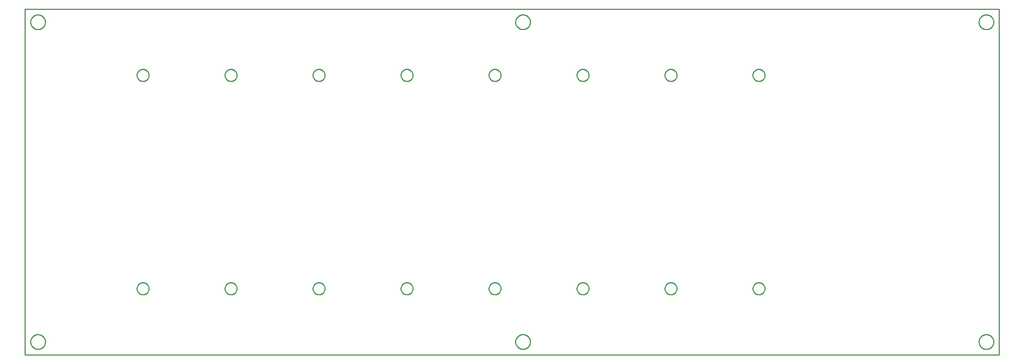
<source format=gbr>
G04 EAGLE Gerber RS-274X export*
G75*
%MOMM*%
%FSLAX34Y34*%
%LPD*%
%IN*%
%IPPOS*%
%AMOC8*
5,1,8,0,0,1.08239X$1,22.5*%
G01*
%ADD10C,0.254000*%


D10*
X0Y0D02*
X2250000Y0D01*
X2250000Y800000D01*
X0Y800000D01*
X0Y0D01*
X47000Y769443D02*
X46927Y768333D01*
X46782Y767229D01*
X46565Y766138D01*
X46277Y765063D01*
X45919Y764009D01*
X45493Y762980D01*
X45001Y761982D01*
X44444Y761018D01*
X43826Y760093D01*
X43148Y759210D01*
X42414Y758373D01*
X41627Y757586D01*
X40790Y756852D01*
X39907Y756174D01*
X38982Y755556D01*
X38018Y754999D01*
X37020Y754507D01*
X35991Y754081D01*
X34937Y753723D01*
X33862Y753435D01*
X32771Y753218D01*
X31667Y753073D01*
X30557Y753000D01*
X29443Y753000D01*
X28333Y753073D01*
X27229Y753218D01*
X26138Y753435D01*
X25063Y753723D01*
X24009Y754081D01*
X22980Y754507D01*
X21982Y754999D01*
X21018Y755556D01*
X20093Y756174D01*
X19210Y756852D01*
X18373Y757586D01*
X17586Y758373D01*
X16852Y759210D01*
X16174Y760093D01*
X15556Y761018D01*
X14999Y761982D01*
X14507Y762980D01*
X14081Y764009D01*
X13723Y765063D01*
X13435Y766138D01*
X13218Y767229D01*
X13073Y768333D01*
X13000Y769443D01*
X13000Y770557D01*
X13073Y771667D01*
X13218Y772771D01*
X13435Y773862D01*
X13723Y774937D01*
X14081Y775991D01*
X14507Y777020D01*
X14999Y778018D01*
X15556Y778982D01*
X16174Y779907D01*
X16852Y780790D01*
X17586Y781627D01*
X18373Y782414D01*
X19210Y783148D01*
X20093Y783826D01*
X21018Y784444D01*
X21982Y785001D01*
X22980Y785493D01*
X24009Y785919D01*
X25063Y786277D01*
X26138Y786565D01*
X27229Y786782D01*
X28333Y786927D01*
X29443Y787000D01*
X30557Y787000D01*
X31667Y786927D01*
X32771Y786782D01*
X33862Y786565D01*
X34937Y786277D01*
X35991Y785919D01*
X37020Y785493D01*
X38018Y785001D01*
X38982Y784444D01*
X39907Y783826D01*
X40790Y783148D01*
X41627Y782414D01*
X42414Y781627D01*
X43148Y780790D01*
X43826Y779907D01*
X44444Y778982D01*
X45001Y778018D01*
X45493Y777020D01*
X45919Y775991D01*
X46277Y774937D01*
X46565Y773862D01*
X46782Y772771D01*
X46927Y771667D01*
X47000Y770557D01*
X47000Y769443D01*
X47000Y29443D02*
X46927Y28333D01*
X46782Y27229D01*
X46565Y26138D01*
X46277Y25063D01*
X45919Y24009D01*
X45493Y22980D01*
X45001Y21982D01*
X44444Y21018D01*
X43826Y20093D01*
X43148Y19210D01*
X42414Y18373D01*
X41627Y17586D01*
X40790Y16852D01*
X39907Y16174D01*
X38982Y15556D01*
X38018Y14999D01*
X37020Y14507D01*
X35991Y14081D01*
X34937Y13723D01*
X33862Y13435D01*
X32771Y13218D01*
X31667Y13073D01*
X30557Y13000D01*
X29443Y13000D01*
X28333Y13073D01*
X27229Y13218D01*
X26138Y13435D01*
X25063Y13723D01*
X24009Y14081D01*
X22980Y14507D01*
X21982Y14999D01*
X21018Y15556D01*
X20093Y16174D01*
X19210Y16852D01*
X18373Y17586D01*
X17586Y18373D01*
X16852Y19210D01*
X16174Y20093D01*
X15556Y21018D01*
X14999Y21982D01*
X14507Y22980D01*
X14081Y24009D01*
X13723Y25063D01*
X13435Y26138D01*
X13218Y27229D01*
X13073Y28333D01*
X13000Y29443D01*
X13000Y30557D01*
X13073Y31667D01*
X13218Y32771D01*
X13435Y33862D01*
X13723Y34937D01*
X14081Y35991D01*
X14507Y37020D01*
X14999Y38018D01*
X15556Y38982D01*
X16174Y39907D01*
X16852Y40790D01*
X17586Y41627D01*
X18373Y42414D01*
X19210Y43148D01*
X20093Y43826D01*
X21018Y44444D01*
X21982Y45001D01*
X22980Y45493D01*
X24009Y45919D01*
X25063Y46277D01*
X26138Y46565D01*
X27229Y46782D01*
X28333Y46927D01*
X29443Y47000D01*
X30557Y47000D01*
X31667Y46927D01*
X32771Y46782D01*
X33862Y46565D01*
X34937Y46277D01*
X35991Y45919D01*
X37020Y45493D01*
X38018Y45001D01*
X38982Y44444D01*
X39907Y43826D01*
X40790Y43148D01*
X41627Y42414D01*
X42414Y41627D01*
X43148Y40790D01*
X43826Y39907D01*
X44444Y38982D01*
X45001Y38018D01*
X45493Y37020D01*
X45919Y35991D01*
X46277Y34937D01*
X46565Y33862D01*
X46782Y32771D01*
X46927Y31667D01*
X47000Y30557D01*
X47000Y29443D01*
X2237000Y29443D02*
X2236927Y28333D01*
X2236782Y27229D01*
X2236565Y26138D01*
X2236277Y25063D01*
X2235919Y24009D01*
X2235493Y22980D01*
X2235001Y21982D01*
X2234444Y21018D01*
X2233826Y20093D01*
X2233148Y19210D01*
X2232414Y18373D01*
X2231627Y17586D01*
X2230790Y16852D01*
X2229907Y16174D01*
X2228982Y15556D01*
X2228018Y14999D01*
X2227020Y14507D01*
X2225991Y14081D01*
X2224937Y13723D01*
X2223862Y13435D01*
X2222771Y13218D01*
X2221667Y13073D01*
X2220557Y13000D01*
X2219443Y13000D01*
X2218333Y13073D01*
X2217229Y13218D01*
X2216138Y13435D01*
X2215063Y13723D01*
X2214009Y14081D01*
X2212980Y14507D01*
X2211982Y14999D01*
X2211018Y15556D01*
X2210093Y16174D01*
X2209210Y16852D01*
X2208373Y17586D01*
X2207586Y18373D01*
X2206852Y19210D01*
X2206174Y20093D01*
X2205556Y21018D01*
X2204999Y21982D01*
X2204507Y22980D01*
X2204081Y24009D01*
X2203723Y25063D01*
X2203435Y26138D01*
X2203218Y27229D01*
X2203073Y28333D01*
X2203000Y29443D01*
X2203000Y30557D01*
X2203073Y31667D01*
X2203218Y32771D01*
X2203435Y33862D01*
X2203723Y34937D01*
X2204081Y35991D01*
X2204507Y37020D01*
X2204999Y38018D01*
X2205556Y38982D01*
X2206174Y39907D01*
X2206852Y40790D01*
X2207586Y41627D01*
X2208373Y42414D01*
X2209210Y43148D01*
X2210093Y43826D01*
X2211018Y44444D01*
X2211982Y45001D01*
X2212980Y45493D01*
X2214009Y45919D01*
X2215063Y46277D01*
X2216138Y46565D01*
X2217229Y46782D01*
X2218333Y46927D01*
X2219443Y47000D01*
X2220557Y47000D01*
X2221667Y46927D01*
X2222771Y46782D01*
X2223862Y46565D01*
X2224937Y46277D01*
X2225991Y45919D01*
X2227020Y45493D01*
X2228018Y45001D01*
X2228982Y44444D01*
X2229907Y43826D01*
X2230790Y43148D01*
X2231627Y42414D01*
X2232414Y41627D01*
X2233148Y40790D01*
X2233826Y39907D01*
X2234444Y38982D01*
X2235001Y38018D01*
X2235493Y37020D01*
X2235919Y35991D01*
X2236277Y34937D01*
X2236565Y33862D01*
X2236782Y32771D01*
X2236927Y31667D01*
X2237000Y30557D01*
X2237000Y29443D01*
X2237000Y769443D02*
X2236927Y768333D01*
X2236782Y767229D01*
X2236565Y766138D01*
X2236277Y765063D01*
X2235919Y764009D01*
X2235493Y762980D01*
X2235001Y761982D01*
X2234444Y761018D01*
X2233826Y760093D01*
X2233148Y759210D01*
X2232414Y758373D01*
X2231627Y757586D01*
X2230790Y756852D01*
X2229907Y756174D01*
X2228982Y755556D01*
X2228018Y754999D01*
X2227020Y754507D01*
X2225991Y754081D01*
X2224937Y753723D01*
X2223862Y753435D01*
X2222771Y753218D01*
X2221667Y753073D01*
X2220557Y753000D01*
X2219443Y753000D01*
X2218333Y753073D01*
X2217229Y753218D01*
X2216138Y753435D01*
X2215063Y753723D01*
X2214009Y754081D01*
X2212980Y754507D01*
X2211982Y754999D01*
X2211018Y755556D01*
X2210093Y756174D01*
X2209210Y756852D01*
X2208373Y757586D01*
X2207586Y758373D01*
X2206852Y759210D01*
X2206174Y760093D01*
X2205556Y761018D01*
X2204999Y761982D01*
X2204507Y762980D01*
X2204081Y764009D01*
X2203723Y765063D01*
X2203435Y766138D01*
X2203218Y767229D01*
X2203073Y768333D01*
X2203000Y769443D01*
X2203000Y770557D01*
X2203073Y771667D01*
X2203218Y772771D01*
X2203435Y773862D01*
X2203723Y774937D01*
X2204081Y775991D01*
X2204507Y777020D01*
X2204999Y778018D01*
X2205556Y778982D01*
X2206174Y779907D01*
X2206852Y780790D01*
X2207586Y781627D01*
X2208373Y782414D01*
X2209210Y783148D01*
X2210093Y783826D01*
X2211018Y784444D01*
X2211982Y785001D01*
X2212980Y785493D01*
X2214009Y785919D01*
X2215063Y786277D01*
X2216138Y786565D01*
X2217229Y786782D01*
X2218333Y786927D01*
X2219443Y787000D01*
X2220557Y787000D01*
X2221667Y786927D01*
X2222771Y786782D01*
X2223862Y786565D01*
X2224937Y786277D01*
X2225991Y785919D01*
X2227020Y785493D01*
X2228018Y785001D01*
X2228982Y784444D01*
X2229907Y783826D01*
X2230790Y783148D01*
X2231627Y782414D01*
X2232414Y781627D01*
X2233148Y780790D01*
X2233826Y779907D01*
X2234444Y778982D01*
X2235001Y778018D01*
X2235493Y777020D01*
X2235919Y775991D01*
X2236277Y774937D01*
X2236565Y773862D01*
X2236782Y772771D01*
X2236927Y771667D01*
X2237000Y770557D01*
X2237000Y769443D01*
X1167000Y769443D02*
X1166927Y768333D01*
X1166782Y767229D01*
X1166565Y766138D01*
X1166277Y765063D01*
X1165919Y764009D01*
X1165493Y762980D01*
X1165001Y761982D01*
X1164444Y761018D01*
X1163826Y760093D01*
X1163148Y759210D01*
X1162414Y758373D01*
X1161627Y757586D01*
X1160790Y756852D01*
X1159907Y756174D01*
X1158982Y755556D01*
X1158018Y754999D01*
X1157020Y754507D01*
X1155991Y754081D01*
X1154937Y753723D01*
X1153862Y753435D01*
X1152771Y753218D01*
X1151667Y753073D01*
X1150557Y753000D01*
X1149443Y753000D01*
X1148333Y753073D01*
X1147229Y753218D01*
X1146138Y753435D01*
X1145063Y753723D01*
X1144009Y754081D01*
X1142980Y754507D01*
X1141982Y754999D01*
X1141018Y755556D01*
X1140093Y756174D01*
X1139210Y756852D01*
X1138373Y757586D01*
X1137586Y758373D01*
X1136852Y759210D01*
X1136174Y760093D01*
X1135556Y761018D01*
X1134999Y761982D01*
X1134507Y762980D01*
X1134081Y764009D01*
X1133723Y765063D01*
X1133435Y766138D01*
X1133218Y767229D01*
X1133073Y768333D01*
X1133000Y769443D01*
X1133000Y770557D01*
X1133073Y771667D01*
X1133218Y772771D01*
X1133435Y773862D01*
X1133723Y774937D01*
X1134081Y775991D01*
X1134507Y777020D01*
X1134999Y778018D01*
X1135556Y778982D01*
X1136174Y779907D01*
X1136852Y780790D01*
X1137586Y781627D01*
X1138373Y782414D01*
X1139210Y783148D01*
X1140093Y783826D01*
X1141018Y784444D01*
X1141982Y785001D01*
X1142980Y785493D01*
X1144009Y785919D01*
X1145063Y786277D01*
X1146138Y786565D01*
X1147229Y786782D01*
X1148333Y786927D01*
X1149443Y787000D01*
X1150557Y787000D01*
X1151667Y786927D01*
X1152771Y786782D01*
X1153862Y786565D01*
X1154937Y786277D01*
X1155991Y785919D01*
X1157020Y785493D01*
X1158018Y785001D01*
X1158982Y784444D01*
X1159907Y783826D01*
X1160790Y783148D01*
X1161627Y782414D01*
X1162414Y781627D01*
X1163148Y780790D01*
X1163826Y779907D01*
X1164444Y778982D01*
X1165001Y778018D01*
X1165493Y777020D01*
X1165919Y775991D01*
X1166277Y774937D01*
X1166565Y773862D01*
X1166782Y772771D01*
X1166927Y771667D01*
X1167000Y770557D01*
X1167000Y769443D01*
X1167000Y29443D02*
X1166927Y28333D01*
X1166782Y27229D01*
X1166565Y26138D01*
X1166277Y25063D01*
X1165919Y24009D01*
X1165493Y22980D01*
X1165001Y21982D01*
X1164444Y21018D01*
X1163826Y20093D01*
X1163148Y19210D01*
X1162414Y18373D01*
X1161627Y17586D01*
X1160790Y16852D01*
X1159907Y16174D01*
X1158982Y15556D01*
X1158018Y14999D01*
X1157020Y14507D01*
X1155991Y14081D01*
X1154937Y13723D01*
X1153862Y13435D01*
X1152771Y13218D01*
X1151667Y13073D01*
X1150557Y13000D01*
X1149443Y13000D01*
X1148333Y13073D01*
X1147229Y13218D01*
X1146138Y13435D01*
X1145063Y13723D01*
X1144009Y14081D01*
X1142980Y14507D01*
X1141982Y14999D01*
X1141018Y15556D01*
X1140093Y16174D01*
X1139210Y16852D01*
X1138373Y17586D01*
X1137586Y18373D01*
X1136852Y19210D01*
X1136174Y20093D01*
X1135556Y21018D01*
X1134999Y21982D01*
X1134507Y22980D01*
X1134081Y24009D01*
X1133723Y25063D01*
X1133435Y26138D01*
X1133218Y27229D01*
X1133073Y28333D01*
X1133000Y29443D01*
X1133000Y30557D01*
X1133073Y31667D01*
X1133218Y32771D01*
X1133435Y33862D01*
X1133723Y34937D01*
X1134081Y35991D01*
X1134507Y37020D01*
X1134999Y38018D01*
X1135556Y38982D01*
X1136174Y39907D01*
X1136852Y40790D01*
X1137586Y41627D01*
X1138373Y42414D01*
X1139210Y43148D01*
X1140093Y43826D01*
X1141018Y44444D01*
X1141982Y45001D01*
X1142980Y45493D01*
X1144009Y45919D01*
X1145063Y46277D01*
X1146138Y46565D01*
X1147229Y46782D01*
X1148333Y46927D01*
X1149443Y47000D01*
X1150557Y47000D01*
X1151667Y46927D01*
X1152771Y46782D01*
X1153862Y46565D01*
X1154937Y46277D01*
X1155991Y45919D01*
X1157020Y45493D01*
X1158018Y45001D01*
X1158982Y44444D01*
X1159907Y43826D01*
X1160790Y43148D01*
X1161627Y42414D01*
X1162414Y41627D01*
X1163148Y40790D01*
X1163826Y39907D01*
X1164444Y38982D01*
X1165001Y38018D01*
X1165493Y37020D01*
X1165919Y35991D01*
X1166277Y34937D01*
X1166565Y33862D01*
X1166782Y32771D01*
X1166927Y31667D01*
X1167000Y30557D01*
X1167000Y29443D01*
X272898Y167050D02*
X273892Y166979D01*
X274878Y166837D01*
X275852Y166625D01*
X276808Y166345D01*
X277742Y165996D01*
X278648Y165582D01*
X279523Y165105D01*
X280361Y164566D01*
X281159Y163969D01*
X281912Y163316D01*
X282616Y162612D01*
X283269Y161859D01*
X283866Y161061D01*
X284405Y160223D01*
X284882Y159348D01*
X285296Y158442D01*
X285645Y157508D01*
X285925Y156552D01*
X286137Y155578D01*
X286279Y154592D01*
X286350Y153598D01*
X286350Y152602D01*
X286279Y151608D01*
X286137Y150622D01*
X285925Y149648D01*
X285645Y148692D01*
X285296Y147758D01*
X284882Y146852D01*
X284405Y145977D01*
X283866Y145139D01*
X283269Y144341D01*
X282616Y143588D01*
X281912Y142884D01*
X281159Y142231D01*
X280361Y141634D01*
X279523Y141095D01*
X278648Y140618D01*
X277742Y140204D01*
X276808Y139855D01*
X275852Y139575D01*
X274878Y139363D01*
X273892Y139221D01*
X272898Y139150D01*
X271902Y139150D01*
X270908Y139221D01*
X269922Y139363D01*
X268948Y139575D01*
X267992Y139855D01*
X267058Y140204D01*
X266152Y140618D01*
X265277Y141095D01*
X264439Y141634D01*
X263641Y142231D01*
X262888Y142884D01*
X262184Y143588D01*
X261531Y144341D01*
X260934Y145139D01*
X260395Y145977D01*
X259918Y146852D01*
X259504Y147758D01*
X259155Y148692D01*
X258875Y149648D01*
X258663Y150622D01*
X258521Y151608D01*
X258450Y152602D01*
X258450Y153598D01*
X258521Y154592D01*
X258663Y155578D01*
X258875Y156552D01*
X259155Y157508D01*
X259504Y158442D01*
X259918Y159348D01*
X260395Y160223D01*
X260934Y161061D01*
X261531Y161859D01*
X262184Y162612D01*
X262888Y163316D01*
X263641Y163969D01*
X264439Y164566D01*
X265277Y165105D01*
X266152Y165582D01*
X267058Y165996D01*
X267992Y166345D01*
X268948Y166625D01*
X269922Y166837D01*
X270908Y166979D01*
X271902Y167050D01*
X272898Y167050D01*
X272898Y660850D02*
X273892Y660779D01*
X274878Y660637D01*
X275852Y660425D01*
X276808Y660145D01*
X277742Y659796D01*
X278648Y659382D01*
X279523Y658905D01*
X280361Y658366D01*
X281159Y657769D01*
X281912Y657116D01*
X282616Y656412D01*
X283269Y655659D01*
X283866Y654861D01*
X284405Y654023D01*
X284882Y653148D01*
X285296Y652242D01*
X285645Y651308D01*
X285925Y650352D01*
X286137Y649378D01*
X286279Y648392D01*
X286350Y647398D01*
X286350Y646402D01*
X286279Y645408D01*
X286137Y644422D01*
X285925Y643448D01*
X285645Y642492D01*
X285296Y641558D01*
X284882Y640652D01*
X284405Y639777D01*
X283866Y638939D01*
X283269Y638141D01*
X282616Y637388D01*
X281912Y636684D01*
X281159Y636031D01*
X280361Y635434D01*
X279523Y634895D01*
X278648Y634418D01*
X277742Y634004D01*
X276808Y633655D01*
X275852Y633375D01*
X274878Y633163D01*
X273892Y633021D01*
X272898Y632950D01*
X271902Y632950D01*
X270908Y633021D01*
X269922Y633163D01*
X268948Y633375D01*
X267992Y633655D01*
X267058Y634004D01*
X266152Y634418D01*
X265277Y634895D01*
X264439Y635434D01*
X263641Y636031D01*
X262888Y636684D01*
X262184Y637388D01*
X261531Y638141D01*
X260934Y638939D01*
X260395Y639777D01*
X259918Y640652D01*
X259504Y641558D01*
X259155Y642492D01*
X258875Y643448D01*
X258663Y644422D01*
X258521Y645408D01*
X258450Y646402D01*
X258450Y647398D01*
X258521Y648392D01*
X258663Y649378D01*
X258875Y650352D01*
X259155Y651308D01*
X259504Y652242D01*
X259918Y653148D01*
X260395Y654023D01*
X260934Y654861D01*
X261531Y655659D01*
X262184Y656412D01*
X262888Y657116D01*
X263641Y657769D01*
X264439Y658366D01*
X265277Y658905D01*
X266152Y659382D01*
X267058Y659796D01*
X267992Y660145D01*
X268948Y660425D01*
X269922Y660637D01*
X270908Y660779D01*
X271902Y660850D01*
X272898Y660850D01*
X476098Y167050D02*
X477092Y166979D01*
X478078Y166837D01*
X479052Y166625D01*
X480008Y166345D01*
X480942Y165996D01*
X481848Y165582D01*
X482723Y165105D01*
X483561Y164566D01*
X484359Y163969D01*
X485112Y163316D01*
X485816Y162612D01*
X486469Y161859D01*
X487066Y161061D01*
X487605Y160223D01*
X488082Y159348D01*
X488496Y158442D01*
X488845Y157508D01*
X489125Y156552D01*
X489337Y155578D01*
X489479Y154592D01*
X489550Y153598D01*
X489550Y152602D01*
X489479Y151608D01*
X489337Y150622D01*
X489125Y149648D01*
X488845Y148692D01*
X488496Y147758D01*
X488082Y146852D01*
X487605Y145977D01*
X487066Y145139D01*
X486469Y144341D01*
X485816Y143588D01*
X485112Y142884D01*
X484359Y142231D01*
X483561Y141634D01*
X482723Y141095D01*
X481848Y140618D01*
X480942Y140204D01*
X480008Y139855D01*
X479052Y139575D01*
X478078Y139363D01*
X477092Y139221D01*
X476098Y139150D01*
X475102Y139150D01*
X474108Y139221D01*
X473122Y139363D01*
X472148Y139575D01*
X471192Y139855D01*
X470258Y140204D01*
X469352Y140618D01*
X468477Y141095D01*
X467639Y141634D01*
X466841Y142231D01*
X466088Y142884D01*
X465384Y143588D01*
X464731Y144341D01*
X464134Y145139D01*
X463595Y145977D01*
X463118Y146852D01*
X462704Y147758D01*
X462355Y148692D01*
X462075Y149648D01*
X461863Y150622D01*
X461721Y151608D01*
X461650Y152602D01*
X461650Y153598D01*
X461721Y154592D01*
X461863Y155578D01*
X462075Y156552D01*
X462355Y157508D01*
X462704Y158442D01*
X463118Y159348D01*
X463595Y160223D01*
X464134Y161061D01*
X464731Y161859D01*
X465384Y162612D01*
X466088Y163316D01*
X466841Y163969D01*
X467639Y164566D01*
X468477Y165105D01*
X469352Y165582D01*
X470258Y165996D01*
X471192Y166345D01*
X472148Y166625D01*
X473122Y166837D01*
X474108Y166979D01*
X475102Y167050D01*
X476098Y167050D01*
X476098Y660850D02*
X477092Y660779D01*
X478078Y660637D01*
X479052Y660425D01*
X480008Y660145D01*
X480942Y659796D01*
X481848Y659382D01*
X482723Y658905D01*
X483561Y658366D01*
X484359Y657769D01*
X485112Y657116D01*
X485816Y656412D01*
X486469Y655659D01*
X487066Y654861D01*
X487605Y654023D01*
X488082Y653148D01*
X488496Y652242D01*
X488845Y651308D01*
X489125Y650352D01*
X489337Y649378D01*
X489479Y648392D01*
X489550Y647398D01*
X489550Y646402D01*
X489479Y645408D01*
X489337Y644422D01*
X489125Y643448D01*
X488845Y642492D01*
X488496Y641558D01*
X488082Y640652D01*
X487605Y639777D01*
X487066Y638939D01*
X486469Y638141D01*
X485816Y637388D01*
X485112Y636684D01*
X484359Y636031D01*
X483561Y635434D01*
X482723Y634895D01*
X481848Y634418D01*
X480942Y634004D01*
X480008Y633655D01*
X479052Y633375D01*
X478078Y633163D01*
X477092Y633021D01*
X476098Y632950D01*
X475102Y632950D01*
X474108Y633021D01*
X473122Y633163D01*
X472148Y633375D01*
X471192Y633655D01*
X470258Y634004D01*
X469352Y634418D01*
X468477Y634895D01*
X467639Y635434D01*
X466841Y636031D01*
X466088Y636684D01*
X465384Y637388D01*
X464731Y638141D01*
X464134Y638939D01*
X463595Y639777D01*
X463118Y640652D01*
X462704Y641558D01*
X462355Y642492D01*
X462075Y643448D01*
X461863Y644422D01*
X461721Y645408D01*
X461650Y646402D01*
X461650Y647398D01*
X461721Y648392D01*
X461863Y649378D01*
X462075Y650352D01*
X462355Y651308D01*
X462704Y652242D01*
X463118Y653148D01*
X463595Y654023D01*
X464134Y654861D01*
X464731Y655659D01*
X465384Y656412D01*
X466088Y657116D01*
X466841Y657769D01*
X467639Y658366D01*
X468477Y658905D01*
X469352Y659382D01*
X470258Y659796D01*
X471192Y660145D01*
X472148Y660425D01*
X473122Y660637D01*
X474108Y660779D01*
X475102Y660850D01*
X476098Y660850D01*
X679298Y167050D02*
X680292Y166979D01*
X681278Y166837D01*
X682252Y166625D01*
X683208Y166345D01*
X684142Y165996D01*
X685048Y165582D01*
X685923Y165105D01*
X686761Y164566D01*
X687559Y163969D01*
X688312Y163316D01*
X689016Y162612D01*
X689669Y161859D01*
X690266Y161061D01*
X690805Y160223D01*
X691282Y159348D01*
X691696Y158442D01*
X692045Y157508D01*
X692325Y156552D01*
X692537Y155578D01*
X692679Y154592D01*
X692750Y153598D01*
X692750Y152602D01*
X692679Y151608D01*
X692537Y150622D01*
X692325Y149648D01*
X692045Y148692D01*
X691696Y147758D01*
X691282Y146852D01*
X690805Y145977D01*
X690266Y145139D01*
X689669Y144341D01*
X689016Y143588D01*
X688312Y142884D01*
X687559Y142231D01*
X686761Y141634D01*
X685923Y141095D01*
X685048Y140618D01*
X684142Y140204D01*
X683208Y139855D01*
X682252Y139575D01*
X681278Y139363D01*
X680292Y139221D01*
X679298Y139150D01*
X678302Y139150D01*
X677308Y139221D01*
X676322Y139363D01*
X675348Y139575D01*
X674392Y139855D01*
X673458Y140204D01*
X672552Y140618D01*
X671677Y141095D01*
X670839Y141634D01*
X670041Y142231D01*
X669288Y142884D01*
X668584Y143588D01*
X667931Y144341D01*
X667334Y145139D01*
X666795Y145977D01*
X666318Y146852D01*
X665904Y147758D01*
X665555Y148692D01*
X665275Y149648D01*
X665063Y150622D01*
X664921Y151608D01*
X664850Y152602D01*
X664850Y153598D01*
X664921Y154592D01*
X665063Y155578D01*
X665275Y156552D01*
X665555Y157508D01*
X665904Y158442D01*
X666318Y159348D01*
X666795Y160223D01*
X667334Y161061D01*
X667931Y161859D01*
X668584Y162612D01*
X669288Y163316D01*
X670041Y163969D01*
X670839Y164566D01*
X671677Y165105D01*
X672552Y165582D01*
X673458Y165996D01*
X674392Y166345D01*
X675348Y166625D01*
X676322Y166837D01*
X677308Y166979D01*
X678302Y167050D01*
X679298Y167050D01*
X679298Y660850D02*
X680292Y660779D01*
X681278Y660637D01*
X682252Y660425D01*
X683208Y660145D01*
X684142Y659796D01*
X685048Y659382D01*
X685923Y658905D01*
X686761Y658366D01*
X687559Y657769D01*
X688312Y657116D01*
X689016Y656412D01*
X689669Y655659D01*
X690266Y654861D01*
X690805Y654023D01*
X691282Y653148D01*
X691696Y652242D01*
X692045Y651308D01*
X692325Y650352D01*
X692537Y649378D01*
X692679Y648392D01*
X692750Y647398D01*
X692750Y646402D01*
X692679Y645408D01*
X692537Y644422D01*
X692325Y643448D01*
X692045Y642492D01*
X691696Y641558D01*
X691282Y640652D01*
X690805Y639777D01*
X690266Y638939D01*
X689669Y638141D01*
X689016Y637388D01*
X688312Y636684D01*
X687559Y636031D01*
X686761Y635434D01*
X685923Y634895D01*
X685048Y634418D01*
X684142Y634004D01*
X683208Y633655D01*
X682252Y633375D01*
X681278Y633163D01*
X680292Y633021D01*
X679298Y632950D01*
X678302Y632950D01*
X677308Y633021D01*
X676322Y633163D01*
X675348Y633375D01*
X674392Y633655D01*
X673458Y634004D01*
X672552Y634418D01*
X671677Y634895D01*
X670839Y635434D01*
X670041Y636031D01*
X669288Y636684D01*
X668584Y637388D01*
X667931Y638141D01*
X667334Y638939D01*
X666795Y639777D01*
X666318Y640652D01*
X665904Y641558D01*
X665555Y642492D01*
X665275Y643448D01*
X665063Y644422D01*
X664921Y645408D01*
X664850Y646402D01*
X664850Y647398D01*
X664921Y648392D01*
X665063Y649378D01*
X665275Y650352D01*
X665555Y651308D01*
X665904Y652242D01*
X666318Y653148D01*
X666795Y654023D01*
X667334Y654861D01*
X667931Y655659D01*
X668584Y656412D01*
X669288Y657116D01*
X670041Y657769D01*
X670839Y658366D01*
X671677Y658905D01*
X672552Y659382D01*
X673458Y659796D01*
X674392Y660145D01*
X675348Y660425D01*
X676322Y660637D01*
X677308Y660779D01*
X678302Y660850D01*
X679298Y660850D01*
X882498Y167050D02*
X883492Y166979D01*
X884478Y166837D01*
X885452Y166625D01*
X886408Y166345D01*
X887342Y165996D01*
X888248Y165582D01*
X889123Y165105D01*
X889961Y164566D01*
X890759Y163969D01*
X891512Y163316D01*
X892216Y162612D01*
X892869Y161859D01*
X893466Y161061D01*
X894005Y160223D01*
X894482Y159348D01*
X894896Y158442D01*
X895245Y157508D01*
X895525Y156552D01*
X895737Y155578D01*
X895879Y154592D01*
X895950Y153598D01*
X895950Y152602D01*
X895879Y151608D01*
X895737Y150622D01*
X895525Y149648D01*
X895245Y148692D01*
X894896Y147758D01*
X894482Y146852D01*
X894005Y145977D01*
X893466Y145139D01*
X892869Y144341D01*
X892216Y143588D01*
X891512Y142884D01*
X890759Y142231D01*
X889961Y141634D01*
X889123Y141095D01*
X888248Y140618D01*
X887342Y140204D01*
X886408Y139855D01*
X885452Y139575D01*
X884478Y139363D01*
X883492Y139221D01*
X882498Y139150D01*
X881502Y139150D01*
X880508Y139221D01*
X879522Y139363D01*
X878548Y139575D01*
X877592Y139855D01*
X876658Y140204D01*
X875752Y140618D01*
X874877Y141095D01*
X874039Y141634D01*
X873241Y142231D01*
X872488Y142884D01*
X871784Y143588D01*
X871131Y144341D01*
X870534Y145139D01*
X869995Y145977D01*
X869518Y146852D01*
X869104Y147758D01*
X868755Y148692D01*
X868475Y149648D01*
X868263Y150622D01*
X868121Y151608D01*
X868050Y152602D01*
X868050Y153598D01*
X868121Y154592D01*
X868263Y155578D01*
X868475Y156552D01*
X868755Y157508D01*
X869104Y158442D01*
X869518Y159348D01*
X869995Y160223D01*
X870534Y161061D01*
X871131Y161859D01*
X871784Y162612D01*
X872488Y163316D01*
X873241Y163969D01*
X874039Y164566D01*
X874877Y165105D01*
X875752Y165582D01*
X876658Y165996D01*
X877592Y166345D01*
X878548Y166625D01*
X879522Y166837D01*
X880508Y166979D01*
X881502Y167050D01*
X882498Y167050D01*
X882498Y660850D02*
X883492Y660779D01*
X884478Y660637D01*
X885452Y660425D01*
X886408Y660145D01*
X887342Y659796D01*
X888248Y659382D01*
X889123Y658905D01*
X889961Y658366D01*
X890759Y657769D01*
X891512Y657116D01*
X892216Y656412D01*
X892869Y655659D01*
X893466Y654861D01*
X894005Y654023D01*
X894482Y653148D01*
X894896Y652242D01*
X895245Y651308D01*
X895525Y650352D01*
X895737Y649378D01*
X895879Y648392D01*
X895950Y647398D01*
X895950Y646402D01*
X895879Y645408D01*
X895737Y644422D01*
X895525Y643448D01*
X895245Y642492D01*
X894896Y641558D01*
X894482Y640652D01*
X894005Y639777D01*
X893466Y638939D01*
X892869Y638141D01*
X892216Y637388D01*
X891512Y636684D01*
X890759Y636031D01*
X889961Y635434D01*
X889123Y634895D01*
X888248Y634418D01*
X887342Y634004D01*
X886408Y633655D01*
X885452Y633375D01*
X884478Y633163D01*
X883492Y633021D01*
X882498Y632950D01*
X881502Y632950D01*
X880508Y633021D01*
X879522Y633163D01*
X878548Y633375D01*
X877592Y633655D01*
X876658Y634004D01*
X875752Y634418D01*
X874877Y634895D01*
X874039Y635434D01*
X873241Y636031D01*
X872488Y636684D01*
X871784Y637388D01*
X871131Y638141D01*
X870534Y638939D01*
X869995Y639777D01*
X869518Y640652D01*
X869104Y641558D01*
X868755Y642492D01*
X868475Y643448D01*
X868263Y644422D01*
X868121Y645408D01*
X868050Y646402D01*
X868050Y647398D01*
X868121Y648392D01*
X868263Y649378D01*
X868475Y650352D01*
X868755Y651308D01*
X869104Y652242D01*
X869518Y653148D01*
X869995Y654023D01*
X870534Y654861D01*
X871131Y655659D01*
X871784Y656412D01*
X872488Y657116D01*
X873241Y657769D01*
X874039Y658366D01*
X874877Y658905D01*
X875752Y659382D01*
X876658Y659796D01*
X877592Y660145D01*
X878548Y660425D01*
X879522Y660637D01*
X880508Y660779D01*
X881502Y660850D01*
X882498Y660850D01*
X1085698Y167050D02*
X1086692Y166979D01*
X1087678Y166837D01*
X1088652Y166625D01*
X1089608Y166345D01*
X1090542Y165996D01*
X1091448Y165582D01*
X1092323Y165105D01*
X1093161Y164566D01*
X1093959Y163969D01*
X1094712Y163316D01*
X1095416Y162612D01*
X1096069Y161859D01*
X1096666Y161061D01*
X1097205Y160223D01*
X1097682Y159348D01*
X1098096Y158442D01*
X1098445Y157508D01*
X1098725Y156552D01*
X1098937Y155578D01*
X1099079Y154592D01*
X1099150Y153598D01*
X1099150Y152602D01*
X1099079Y151608D01*
X1098937Y150622D01*
X1098725Y149648D01*
X1098445Y148692D01*
X1098096Y147758D01*
X1097682Y146852D01*
X1097205Y145977D01*
X1096666Y145139D01*
X1096069Y144341D01*
X1095416Y143588D01*
X1094712Y142884D01*
X1093959Y142231D01*
X1093161Y141634D01*
X1092323Y141095D01*
X1091448Y140618D01*
X1090542Y140204D01*
X1089608Y139855D01*
X1088652Y139575D01*
X1087678Y139363D01*
X1086692Y139221D01*
X1085698Y139150D01*
X1084702Y139150D01*
X1083708Y139221D01*
X1082722Y139363D01*
X1081748Y139575D01*
X1080792Y139855D01*
X1079858Y140204D01*
X1078952Y140618D01*
X1078077Y141095D01*
X1077239Y141634D01*
X1076441Y142231D01*
X1075688Y142884D01*
X1074984Y143588D01*
X1074331Y144341D01*
X1073734Y145139D01*
X1073195Y145977D01*
X1072718Y146852D01*
X1072304Y147758D01*
X1071955Y148692D01*
X1071675Y149648D01*
X1071463Y150622D01*
X1071321Y151608D01*
X1071250Y152602D01*
X1071250Y153598D01*
X1071321Y154592D01*
X1071463Y155578D01*
X1071675Y156552D01*
X1071955Y157508D01*
X1072304Y158442D01*
X1072718Y159348D01*
X1073195Y160223D01*
X1073734Y161061D01*
X1074331Y161859D01*
X1074984Y162612D01*
X1075688Y163316D01*
X1076441Y163969D01*
X1077239Y164566D01*
X1078077Y165105D01*
X1078952Y165582D01*
X1079858Y165996D01*
X1080792Y166345D01*
X1081748Y166625D01*
X1082722Y166837D01*
X1083708Y166979D01*
X1084702Y167050D01*
X1085698Y167050D01*
X1085698Y660850D02*
X1086692Y660779D01*
X1087678Y660637D01*
X1088652Y660425D01*
X1089608Y660145D01*
X1090542Y659796D01*
X1091448Y659382D01*
X1092323Y658905D01*
X1093161Y658366D01*
X1093959Y657769D01*
X1094712Y657116D01*
X1095416Y656412D01*
X1096069Y655659D01*
X1096666Y654861D01*
X1097205Y654023D01*
X1097682Y653148D01*
X1098096Y652242D01*
X1098445Y651308D01*
X1098725Y650352D01*
X1098937Y649378D01*
X1099079Y648392D01*
X1099150Y647398D01*
X1099150Y646402D01*
X1099079Y645408D01*
X1098937Y644422D01*
X1098725Y643448D01*
X1098445Y642492D01*
X1098096Y641558D01*
X1097682Y640652D01*
X1097205Y639777D01*
X1096666Y638939D01*
X1096069Y638141D01*
X1095416Y637388D01*
X1094712Y636684D01*
X1093959Y636031D01*
X1093161Y635434D01*
X1092323Y634895D01*
X1091448Y634418D01*
X1090542Y634004D01*
X1089608Y633655D01*
X1088652Y633375D01*
X1087678Y633163D01*
X1086692Y633021D01*
X1085698Y632950D01*
X1084702Y632950D01*
X1083708Y633021D01*
X1082722Y633163D01*
X1081748Y633375D01*
X1080792Y633655D01*
X1079858Y634004D01*
X1078952Y634418D01*
X1078077Y634895D01*
X1077239Y635434D01*
X1076441Y636031D01*
X1075688Y636684D01*
X1074984Y637388D01*
X1074331Y638141D01*
X1073734Y638939D01*
X1073195Y639777D01*
X1072718Y640652D01*
X1072304Y641558D01*
X1071955Y642492D01*
X1071675Y643448D01*
X1071463Y644422D01*
X1071321Y645408D01*
X1071250Y646402D01*
X1071250Y647398D01*
X1071321Y648392D01*
X1071463Y649378D01*
X1071675Y650352D01*
X1071955Y651308D01*
X1072304Y652242D01*
X1072718Y653148D01*
X1073195Y654023D01*
X1073734Y654861D01*
X1074331Y655659D01*
X1074984Y656412D01*
X1075688Y657116D01*
X1076441Y657769D01*
X1077239Y658366D01*
X1078077Y658905D01*
X1078952Y659382D01*
X1079858Y659796D01*
X1080792Y660145D01*
X1081748Y660425D01*
X1082722Y660637D01*
X1083708Y660779D01*
X1084702Y660850D01*
X1085698Y660850D01*
X1288898Y167050D02*
X1289892Y166979D01*
X1290878Y166837D01*
X1291852Y166625D01*
X1292808Y166345D01*
X1293742Y165996D01*
X1294648Y165582D01*
X1295523Y165105D01*
X1296361Y164566D01*
X1297159Y163969D01*
X1297912Y163316D01*
X1298616Y162612D01*
X1299269Y161859D01*
X1299866Y161061D01*
X1300405Y160223D01*
X1300882Y159348D01*
X1301296Y158442D01*
X1301645Y157508D01*
X1301925Y156552D01*
X1302137Y155578D01*
X1302279Y154592D01*
X1302350Y153598D01*
X1302350Y152602D01*
X1302279Y151608D01*
X1302137Y150622D01*
X1301925Y149648D01*
X1301645Y148692D01*
X1301296Y147758D01*
X1300882Y146852D01*
X1300405Y145977D01*
X1299866Y145139D01*
X1299269Y144341D01*
X1298616Y143588D01*
X1297912Y142884D01*
X1297159Y142231D01*
X1296361Y141634D01*
X1295523Y141095D01*
X1294648Y140618D01*
X1293742Y140204D01*
X1292808Y139855D01*
X1291852Y139575D01*
X1290878Y139363D01*
X1289892Y139221D01*
X1288898Y139150D01*
X1287902Y139150D01*
X1286908Y139221D01*
X1285922Y139363D01*
X1284948Y139575D01*
X1283992Y139855D01*
X1283058Y140204D01*
X1282152Y140618D01*
X1281277Y141095D01*
X1280439Y141634D01*
X1279641Y142231D01*
X1278888Y142884D01*
X1278184Y143588D01*
X1277531Y144341D01*
X1276934Y145139D01*
X1276395Y145977D01*
X1275918Y146852D01*
X1275504Y147758D01*
X1275155Y148692D01*
X1274875Y149648D01*
X1274663Y150622D01*
X1274521Y151608D01*
X1274450Y152602D01*
X1274450Y153598D01*
X1274521Y154592D01*
X1274663Y155578D01*
X1274875Y156552D01*
X1275155Y157508D01*
X1275504Y158442D01*
X1275918Y159348D01*
X1276395Y160223D01*
X1276934Y161061D01*
X1277531Y161859D01*
X1278184Y162612D01*
X1278888Y163316D01*
X1279641Y163969D01*
X1280439Y164566D01*
X1281277Y165105D01*
X1282152Y165582D01*
X1283058Y165996D01*
X1283992Y166345D01*
X1284948Y166625D01*
X1285922Y166837D01*
X1286908Y166979D01*
X1287902Y167050D01*
X1288898Y167050D01*
X1288898Y660850D02*
X1289892Y660779D01*
X1290878Y660637D01*
X1291852Y660425D01*
X1292808Y660145D01*
X1293742Y659796D01*
X1294648Y659382D01*
X1295523Y658905D01*
X1296361Y658366D01*
X1297159Y657769D01*
X1297912Y657116D01*
X1298616Y656412D01*
X1299269Y655659D01*
X1299866Y654861D01*
X1300405Y654023D01*
X1300882Y653148D01*
X1301296Y652242D01*
X1301645Y651308D01*
X1301925Y650352D01*
X1302137Y649378D01*
X1302279Y648392D01*
X1302350Y647398D01*
X1302350Y646402D01*
X1302279Y645408D01*
X1302137Y644422D01*
X1301925Y643448D01*
X1301645Y642492D01*
X1301296Y641558D01*
X1300882Y640652D01*
X1300405Y639777D01*
X1299866Y638939D01*
X1299269Y638141D01*
X1298616Y637388D01*
X1297912Y636684D01*
X1297159Y636031D01*
X1296361Y635434D01*
X1295523Y634895D01*
X1294648Y634418D01*
X1293742Y634004D01*
X1292808Y633655D01*
X1291852Y633375D01*
X1290878Y633163D01*
X1289892Y633021D01*
X1288898Y632950D01*
X1287902Y632950D01*
X1286908Y633021D01*
X1285922Y633163D01*
X1284948Y633375D01*
X1283992Y633655D01*
X1283058Y634004D01*
X1282152Y634418D01*
X1281277Y634895D01*
X1280439Y635434D01*
X1279641Y636031D01*
X1278888Y636684D01*
X1278184Y637388D01*
X1277531Y638141D01*
X1276934Y638939D01*
X1276395Y639777D01*
X1275918Y640652D01*
X1275504Y641558D01*
X1275155Y642492D01*
X1274875Y643448D01*
X1274663Y644422D01*
X1274521Y645408D01*
X1274450Y646402D01*
X1274450Y647398D01*
X1274521Y648392D01*
X1274663Y649378D01*
X1274875Y650352D01*
X1275155Y651308D01*
X1275504Y652242D01*
X1275918Y653148D01*
X1276395Y654023D01*
X1276934Y654861D01*
X1277531Y655659D01*
X1278184Y656412D01*
X1278888Y657116D01*
X1279641Y657769D01*
X1280439Y658366D01*
X1281277Y658905D01*
X1282152Y659382D01*
X1283058Y659796D01*
X1283992Y660145D01*
X1284948Y660425D01*
X1285922Y660637D01*
X1286908Y660779D01*
X1287902Y660850D01*
X1288898Y660850D01*
X1492098Y167050D02*
X1493092Y166979D01*
X1494078Y166837D01*
X1495052Y166625D01*
X1496008Y166345D01*
X1496942Y165996D01*
X1497848Y165582D01*
X1498723Y165105D01*
X1499561Y164566D01*
X1500359Y163969D01*
X1501112Y163316D01*
X1501816Y162612D01*
X1502469Y161859D01*
X1503066Y161061D01*
X1503605Y160223D01*
X1504082Y159348D01*
X1504496Y158442D01*
X1504845Y157508D01*
X1505125Y156552D01*
X1505337Y155578D01*
X1505479Y154592D01*
X1505550Y153598D01*
X1505550Y152602D01*
X1505479Y151608D01*
X1505337Y150622D01*
X1505125Y149648D01*
X1504845Y148692D01*
X1504496Y147758D01*
X1504082Y146852D01*
X1503605Y145977D01*
X1503066Y145139D01*
X1502469Y144341D01*
X1501816Y143588D01*
X1501112Y142884D01*
X1500359Y142231D01*
X1499561Y141634D01*
X1498723Y141095D01*
X1497848Y140618D01*
X1496942Y140204D01*
X1496008Y139855D01*
X1495052Y139575D01*
X1494078Y139363D01*
X1493092Y139221D01*
X1492098Y139150D01*
X1491102Y139150D01*
X1490108Y139221D01*
X1489122Y139363D01*
X1488148Y139575D01*
X1487192Y139855D01*
X1486258Y140204D01*
X1485352Y140618D01*
X1484477Y141095D01*
X1483639Y141634D01*
X1482841Y142231D01*
X1482088Y142884D01*
X1481384Y143588D01*
X1480731Y144341D01*
X1480134Y145139D01*
X1479595Y145977D01*
X1479118Y146852D01*
X1478704Y147758D01*
X1478355Y148692D01*
X1478075Y149648D01*
X1477863Y150622D01*
X1477721Y151608D01*
X1477650Y152602D01*
X1477650Y153598D01*
X1477721Y154592D01*
X1477863Y155578D01*
X1478075Y156552D01*
X1478355Y157508D01*
X1478704Y158442D01*
X1479118Y159348D01*
X1479595Y160223D01*
X1480134Y161061D01*
X1480731Y161859D01*
X1481384Y162612D01*
X1482088Y163316D01*
X1482841Y163969D01*
X1483639Y164566D01*
X1484477Y165105D01*
X1485352Y165582D01*
X1486258Y165996D01*
X1487192Y166345D01*
X1488148Y166625D01*
X1489122Y166837D01*
X1490108Y166979D01*
X1491102Y167050D01*
X1492098Y167050D01*
X1492098Y660850D02*
X1493092Y660779D01*
X1494078Y660637D01*
X1495052Y660425D01*
X1496008Y660145D01*
X1496942Y659796D01*
X1497848Y659382D01*
X1498723Y658905D01*
X1499561Y658366D01*
X1500359Y657769D01*
X1501112Y657116D01*
X1501816Y656412D01*
X1502469Y655659D01*
X1503066Y654861D01*
X1503605Y654023D01*
X1504082Y653148D01*
X1504496Y652242D01*
X1504845Y651308D01*
X1505125Y650352D01*
X1505337Y649378D01*
X1505479Y648392D01*
X1505550Y647398D01*
X1505550Y646402D01*
X1505479Y645408D01*
X1505337Y644422D01*
X1505125Y643448D01*
X1504845Y642492D01*
X1504496Y641558D01*
X1504082Y640652D01*
X1503605Y639777D01*
X1503066Y638939D01*
X1502469Y638141D01*
X1501816Y637388D01*
X1501112Y636684D01*
X1500359Y636031D01*
X1499561Y635434D01*
X1498723Y634895D01*
X1497848Y634418D01*
X1496942Y634004D01*
X1496008Y633655D01*
X1495052Y633375D01*
X1494078Y633163D01*
X1493092Y633021D01*
X1492098Y632950D01*
X1491102Y632950D01*
X1490108Y633021D01*
X1489122Y633163D01*
X1488148Y633375D01*
X1487192Y633655D01*
X1486258Y634004D01*
X1485352Y634418D01*
X1484477Y634895D01*
X1483639Y635434D01*
X1482841Y636031D01*
X1482088Y636684D01*
X1481384Y637388D01*
X1480731Y638141D01*
X1480134Y638939D01*
X1479595Y639777D01*
X1479118Y640652D01*
X1478704Y641558D01*
X1478355Y642492D01*
X1478075Y643448D01*
X1477863Y644422D01*
X1477721Y645408D01*
X1477650Y646402D01*
X1477650Y647398D01*
X1477721Y648392D01*
X1477863Y649378D01*
X1478075Y650352D01*
X1478355Y651308D01*
X1478704Y652242D01*
X1479118Y653148D01*
X1479595Y654023D01*
X1480134Y654861D01*
X1480731Y655659D01*
X1481384Y656412D01*
X1482088Y657116D01*
X1482841Y657769D01*
X1483639Y658366D01*
X1484477Y658905D01*
X1485352Y659382D01*
X1486258Y659796D01*
X1487192Y660145D01*
X1488148Y660425D01*
X1489122Y660637D01*
X1490108Y660779D01*
X1491102Y660850D01*
X1492098Y660850D01*
X1695298Y167050D02*
X1696292Y166979D01*
X1697278Y166837D01*
X1698252Y166625D01*
X1699208Y166345D01*
X1700142Y165996D01*
X1701048Y165582D01*
X1701923Y165105D01*
X1702761Y164566D01*
X1703559Y163969D01*
X1704312Y163316D01*
X1705016Y162612D01*
X1705669Y161859D01*
X1706266Y161061D01*
X1706805Y160223D01*
X1707282Y159348D01*
X1707696Y158442D01*
X1708045Y157508D01*
X1708325Y156552D01*
X1708537Y155578D01*
X1708679Y154592D01*
X1708750Y153598D01*
X1708750Y152602D01*
X1708679Y151608D01*
X1708537Y150622D01*
X1708325Y149648D01*
X1708045Y148692D01*
X1707696Y147758D01*
X1707282Y146852D01*
X1706805Y145977D01*
X1706266Y145139D01*
X1705669Y144341D01*
X1705016Y143588D01*
X1704312Y142884D01*
X1703559Y142231D01*
X1702761Y141634D01*
X1701923Y141095D01*
X1701048Y140618D01*
X1700142Y140204D01*
X1699208Y139855D01*
X1698252Y139575D01*
X1697278Y139363D01*
X1696292Y139221D01*
X1695298Y139150D01*
X1694302Y139150D01*
X1693308Y139221D01*
X1692322Y139363D01*
X1691348Y139575D01*
X1690392Y139855D01*
X1689458Y140204D01*
X1688552Y140618D01*
X1687677Y141095D01*
X1686839Y141634D01*
X1686041Y142231D01*
X1685288Y142884D01*
X1684584Y143588D01*
X1683931Y144341D01*
X1683334Y145139D01*
X1682795Y145977D01*
X1682318Y146852D01*
X1681904Y147758D01*
X1681555Y148692D01*
X1681275Y149648D01*
X1681063Y150622D01*
X1680921Y151608D01*
X1680850Y152602D01*
X1680850Y153598D01*
X1680921Y154592D01*
X1681063Y155578D01*
X1681275Y156552D01*
X1681555Y157508D01*
X1681904Y158442D01*
X1682318Y159348D01*
X1682795Y160223D01*
X1683334Y161061D01*
X1683931Y161859D01*
X1684584Y162612D01*
X1685288Y163316D01*
X1686041Y163969D01*
X1686839Y164566D01*
X1687677Y165105D01*
X1688552Y165582D01*
X1689458Y165996D01*
X1690392Y166345D01*
X1691348Y166625D01*
X1692322Y166837D01*
X1693308Y166979D01*
X1694302Y167050D01*
X1695298Y167050D01*
X1695298Y660850D02*
X1696292Y660779D01*
X1697278Y660637D01*
X1698252Y660425D01*
X1699208Y660145D01*
X1700142Y659796D01*
X1701048Y659382D01*
X1701923Y658905D01*
X1702761Y658366D01*
X1703559Y657769D01*
X1704312Y657116D01*
X1705016Y656412D01*
X1705669Y655659D01*
X1706266Y654861D01*
X1706805Y654023D01*
X1707282Y653148D01*
X1707696Y652242D01*
X1708045Y651308D01*
X1708325Y650352D01*
X1708537Y649378D01*
X1708679Y648392D01*
X1708750Y647398D01*
X1708750Y646402D01*
X1708679Y645408D01*
X1708537Y644422D01*
X1708325Y643448D01*
X1708045Y642492D01*
X1707696Y641558D01*
X1707282Y640652D01*
X1706805Y639777D01*
X1706266Y638939D01*
X1705669Y638141D01*
X1705016Y637388D01*
X1704312Y636684D01*
X1703559Y636031D01*
X1702761Y635434D01*
X1701923Y634895D01*
X1701048Y634418D01*
X1700142Y634004D01*
X1699208Y633655D01*
X1698252Y633375D01*
X1697278Y633163D01*
X1696292Y633021D01*
X1695298Y632950D01*
X1694302Y632950D01*
X1693308Y633021D01*
X1692322Y633163D01*
X1691348Y633375D01*
X1690392Y633655D01*
X1689458Y634004D01*
X1688552Y634418D01*
X1687677Y634895D01*
X1686839Y635434D01*
X1686041Y636031D01*
X1685288Y636684D01*
X1684584Y637388D01*
X1683931Y638141D01*
X1683334Y638939D01*
X1682795Y639777D01*
X1682318Y640652D01*
X1681904Y641558D01*
X1681555Y642492D01*
X1681275Y643448D01*
X1681063Y644422D01*
X1680921Y645408D01*
X1680850Y646402D01*
X1680850Y647398D01*
X1680921Y648392D01*
X1681063Y649378D01*
X1681275Y650352D01*
X1681555Y651308D01*
X1681904Y652242D01*
X1682318Y653148D01*
X1682795Y654023D01*
X1683334Y654861D01*
X1683931Y655659D01*
X1684584Y656412D01*
X1685288Y657116D01*
X1686041Y657769D01*
X1686839Y658366D01*
X1687677Y658905D01*
X1688552Y659382D01*
X1689458Y659796D01*
X1690392Y660145D01*
X1691348Y660425D01*
X1692322Y660637D01*
X1693308Y660779D01*
X1694302Y660850D01*
X1695298Y660850D01*
M02*

</source>
